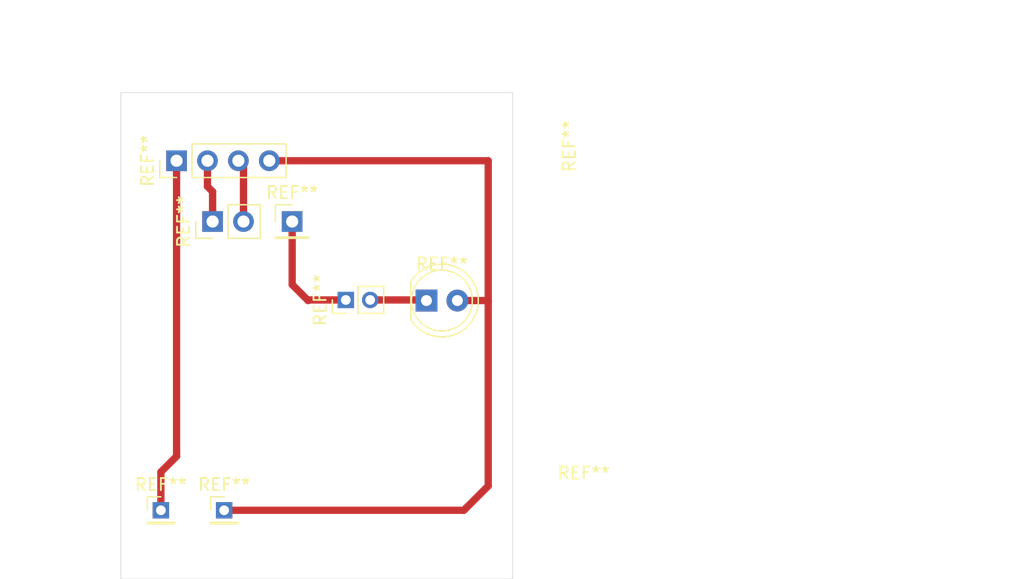
<source format=kicad_pcb>
(kicad_pcb (version 20241229) (generator "pcbnew") (generator_version "9.0")
  (layers (0 "F.Cu" signal) (2 "B.Cu" signal) (13 "F.Paste" user) (15 "B.Paste" user) (5 "F.SilkS" user "F.Silkscreen") (7 "B.SilkS" user "B.Silkscreen") (1 "F.Mask" user) (3 "B.Mask" user) (25 "Edge.Cuts" user))
  (net 0 "")
  (footprint "Connector_PinHeader_2.00mm:PinHeader_1x02_P2.00mm_Vertical" (layer "F.Cu") (at 169.0925 72.75 90)
    (property "Reference" "REF**" (at 0 -2.11 90) (layer "F.SilkS"))
    (property "Value" "PinHeader_1x02_P2.00mm_Vertical")
    (fp_line (start -1.11 -1.11) (end 0 -1.11) (stroke (width 0.12)) (layer "F.SilkS"))
    (fp_line (start -1.11 0) (end -1.11 -1.11) (stroke (width 0.12)) (layer "F.SilkS"))
    (fp_line (start 1.11 1) (end 1.11 3.11) (stroke (width 0.12)) (layer "F.SilkS"))
    (fp_line (start -1.11 1) (end 1.11 1) (stroke (width 0.12)) (layer "F.SilkS"))
    (fp_line (start -1.11 1) (end -1.11 3.11) (stroke (width 0.12)) (layer "F.SilkS"))
    (fp_line (start -1.11 3.11) (end 1.11 3.11) (stroke (width 0.12)) (layer "F.SilkS"))
    (pad "1" thru_hole rect (at 0 0 90) (size 1.35 1.35) (drill 0.8) (layers "*.Cu" "*.Mask"))
    (pad "2" thru_hole circle (at 0 2 90) (size 1.35 1.35) (drill 0.8) (layers "*.Cu" "*.Mask"))
  )
  (footprint "LED_THT:LED_D5.0mm" (layer "F.Cu") (at 175.7175 72.8)
    (property "Reference" "REF**" (at 1.27 -3 0) (layer "F.SilkS"))
    (property "Value" "LED_D5.0mm")
    (fp_line (start -1.29 -1.545) (end -1.29 1.545) (stroke (width 0.12)) (layer "F.SilkS"))
    (fp_arc (start -1.29 -1.54483) (mid 2.071756 -2.880501) (end 4.26 -0.000048) (stroke (width 0.12)) (layer "F.SilkS"))
    (fp_arc (start 4.26 0.000048) (mid 2.071756 2.880501) (end -1.29 1.54483) (stroke (width 0.12)) (layer "F.SilkS"))
    (fp_circle (center 1.27 0) (end 3.77 0) (stroke (width 0.12)) (fill no) (layer "F.SilkS"))
    (pad "1" thru_hole rect (at 0 0) (size 1.8 1.8) (drill 0.9) (layers "*.Cu" "*.Mask"))
    (pad "2" thru_hole circle (at 2.54 0) (size 1.8 1.8) (drill 0.9) (layers "*.Cu" "*.Mask"))
  )
  (footprint "Connector_PinHeader_2.54mm:PinHeader_1x01_P2.54mm_Vertical" (layer "F.Cu") (at 164.6825 66.3)
    (property "Reference" "REF**" (at 0 -2.38 0) (layer "F.SilkS"))
    (property "Value" "PinHeader_1x01_P2.54mm_Vertical")
    (fp_line (start -1.38 -1.38) (end 0 -1.38) (stroke (width 0.12)) (layer "F.SilkS"))
    (fp_line (start -1.38 0) (end -1.38 -1.38) (stroke (width 0.12)) (layer "F.SilkS"))
    (fp_line (start -1.38 1.27) (end -1.38 1.38) (stroke (width 0.12)) (layer "F.SilkS"))
    (fp_line (start -1.38 1.27) (end 1.38 1.27) (stroke (width 0.12)) (layer "F.SilkS"))
    (fp_line (start -1.38 1.38) (end 1.38 1.38) (stroke (width 0.12)) (layer "F.SilkS"))
    (fp_line (start 1.38 1.27) (end 1.38 1.38) (stroke (width 0.12)) (layer "F.SilkS"))
    (pad "1" thru_hole rect (at 0 0) (size 1.7 1.7) (drill 1) (layers "*.Cu" "*.Mask"))
  )
  (footprint "Connector_PinHeader_2.00mm:PinHeader_1x01_P2.00mm_Vertical" (layer "F.Cu") (at 153.8925 90.05)
    (property "Reference" "REF**" (at 0 -2.11 0) (layer "F.SilkS"))
    (property "Value" "PinHeader_1x01_P2.00mm_Vertical")
    (fp_line (start -1.11 -1.11) (end 0 -1.11) (stroke (width 0.12)) (layer "F.SilkS"))
    (fp_line (start -1.11 0) (end -1.11 -1.11) (stroke (width 0.12)) (layer "F.SilkS"))
    (fp_line (start -1.11 1) (end -1.11 1.11) (stroke (width 0.12)) (layer "F.SilkS"))
    (fp_line (start -1.11 1) (end 1.11 1) (stroke (width 0.12)) (layer "F.SilkS"))
    (fp_line (start -1.11 1.11) (end 1.11 1.11) (stroke (width 0.12)) (layer "F.SilkS"))
    (fp_line (start 1.11 1) (end 1.11 1.11) (stroke (width 0.12)) (layer "F.SilkS"))
    (pad "1" thru_hole rect (at 0 0) (size 1.35 1.35) (drill 0.8) (layers "*.Cu" "*.Mask"))
  )
  (footprint "Connector_PinHeader_2.54mm:PinHeader_1x04_P2.54mm_Vertical" (layer "F.Cu") (at 155.1825 61.3 90)
    (property "Reference" "REF**" (at 0 -2.38 90) (layer "F.SilkS"))
    (property "Value" "PinHeader_1x04_P2.54mm_Vertical")
    (fp_line (start -1.38 -1.38) (end 0 -1.38) (stroke (width 0.12)) (layer "F.SilkS"))
    (fp_line (start -1.38 0) (end -1.38 -1.38) (stroke (width 0.12)) (layer "F.SilkS"))
    (fp_line (start 1.38 1.27) (end 1.38 9) (stroke (width 0.12)) (layer "F.SilkS"))
    (fp_line (start -1.38 1.27) (end 1.38 1.27) (stroke (width 0.12)) (layer "F.SilkS"))
    (fp_line (start -1.38 1.27) (end -1.38 9) (stroke (width 0.12)) (layer "F.SilkS"))
    (fp_line (start -1.38 9) (end 1.38 9) (stroke (width 0.12)) (layer "F.SilkS"))
    (pad "1" thru_hole rect (at 0 0 90) (size 1.7 1.7) (drill 1) (layers "*.Cu" "*.Mask"))
    (pad "2" thru_hole circle (at 0 2.54 90) (size 1.7 1.7) (drill 1) (layers "*.Cu" "*.Mask"))
    (pad "3" thru_hole circle (at 0 5.08 90) (size 1.7 1.7) (drill 1) (layers "*.Cu" "*.Mask"))
    (pad "4" thru_hole circle (at 0 7.62 90) (size 1.7 1.7) (drill 1) (layers "*.Cu" "*.Mask"))
  )
  (footprint "Connector_PinHeader_2.00mm:PinHeader_1x01_P2.00mm_Vertical" (layer "F.Cu") (at 159.0925 90.05)
    (property "Reference" "REF**" (at 0 -2.11 0) (layer "F.SilkS"))
    (property "Value" "PinHeader_1x01_P2.00mm_Vertical")
    (fp_line (start -1.11 -1.11) (end 0 -1.11) (stroke (width 0.12)) (layer "F.SilkS"))
    (fp_line (start -1.11 0) (end -1.11 -1.11) (stroke (width 0.12)) (layer "F.SilkS"))
    (fp_line (start -1.11 1) (end -1.11 1.11) (stroke (width 0.12)) (layer "F.SilkS"))
    (fp_line (start -1.11 1) (end 1.11 1) (stroke (width 0.12)) (layer "F.SilkS"))
    (fp_line (start -1.11 1.11) (end 1.11 1.11) (stroke (width 0.12)) (layer "F.SilkS"))
    (fp_line (start 1.11 1) (end 1.11 1.11) (stroke (width 0.12)) (layer "F.SilkS"))
    (pad "1" thru_hole rect (at 0 0) (size 1.35 1.35) (drill 0.8) (layers "*.Cu" "*.Mask"))
  )
  (footprint "Connector_PinHeader_2.54mm:PinHeader_1x02_P2.54mm_Vertical" (layer "F.Cu") (at 158.1425 66.3 90)
    (property "Reference" "REF**" (at 0 -2.38 90) (layer "F.SilkS"))
    (property "Value" "PinHeader_1x02_P2.54mm_Vertical")
    (fp_line (start -1.38 -1.38) (end 0 -1.38) (stroke (width 0.12)) (layer "F.SilkS"))
    (fp_line (start -1.38 0) (end -1.38 -1.38) (stroke (width 0.12)) (layer "F.SilkS"))
    (fp_line (start 1.38 1.27) (end 1.38 3.92) (stroke (width 0.12)) (layer "F.SilkS"))
    (fp_line (start -1.38 1.27) (end 1.38 1.27) (stroke (width 0.12)) (layer "F.SilkS"))
    (fp_line (start -1.38 1.27) (end -1.38 3.92) (stroke (width 0.12)) (layer "F.SilkS"))
    (fp_line (start -1.38 3.92) (end 1.38 3.92) (stroke (width 0.12)) (layer "F.SilkS"))
    (pad "1" thru_hole rect (at 0 0 90) (size 1.7 1.7) (drill 1) (layers "*.Cu" "*.Mask"))
    (pad "2" thru_hole circle (at 0 2.54 90) (size 1.7 1.7) (drill 1) (layers "*.Cu" "*.Mask"))
  )
  (gr_rect (start 150.6 55.7) (end 182.8 95.7) (stroke (width 0.05)) (fill no) (layer "Edge.Cuts"))
  (gr_text "REF**" (at 188.645 86.99 0) (layer "F.SilkS") (effects (font (size 1 1))))
  (gr_text "REF**" (at 187.455 60.1 90) (layer "F.SilkS") (effects (font (size 1 1))))
  (segment (start 180.7425 72.8) (end 178.2575 72.8) (width 0.6) (layer "F.Cu") (net 0))
  (segment (start 165.9925 72.8) (end 166.0425 72.75) (width 0.6) (layer "F.Cu") (net 0))
  (segment (start 175.6675 72.75) (end 175.7175 72.8) (width 0.6) (layer "F.Cu") (net 0))
  (segment (start 180.7925 61.3) (end 180.7925 72.85) (width 0.6) (layer "F.Cu") (net 0))
  (segment (start 160.6825 66.3) (end 160.6825 61.72) (width 0.6) (layer "F.Cu") (net 0))
  (segment (start 171.0925 72.75) (end 175.6675 72.75) (width 0.6) (layer "F.Cu") (net 0))
  (segment (start 164.6825 66.3) (end 164.6825 71.49) (width 0.6) (layer "F.Cu") (net 0))
  (segment (start 158.1425 66.3) (end 158.1425 63.84) (width 0.6) (layer "F.Cu") (net 0))
  (segment (start 158.1425 63.84) (end 157.7225 63.42) (width 0.6) (layer "F.Cu") (net 0))
  (segment (start 157.7225 63.42) (end 157.7225 61.3) (width 0.6) (layer "F.Cu") (net 0))
  (segment (start 155.1825 85.61) (end 153.8925 86.9) (width 0.6) (layer "F.Cu") (net 0))
  (segment (start 178.7925 90.05) (end 159.1685 90.05) (width 0.6) (layer "F.Cu") (net 0))
  (segment (start 153.8925 86.9) (end 153.8925 90.05) (width 0.6) (layer "F.Cu") (net 0))
  (segment (start 166.0425 72.75) (end 169.0925 72.75) (width 0.6) (layer "F.Cu") (net 0))
  (segment (start 162.8025 61.3) (end 180.7925 61.3) (width 0.6) (layer "F.Cu") (net 0))
  (segment (start 164.6825 71.49) (end 165.9925 72.8) (width 0.6) (layer "F.Cu") (net 0))
  (segment (start 160.2625 65.88) (end 160.6825 66.3) (width 0.2) (layer "F.Cu") (net 0))
  (segment (start 180.7925 88.05) (end 178.9925 89.85) (width 0.6) (layer "F.Cu") (net 0))
  (segment (start 178.9925 89.85) (end 178.7925 90.05) (width 0.6) (layer "F.Cu") (net 0))
  (segment (start 160.6825 61.72) (end 160.2625 61.3) (width 0.6) (layer "F.Cu") (net 0))
  (segment (start 157.7225 65.88) (end 158.1425 66.3) (width 0.2) (layer "F.Cu") (net 0))
  (segment (start 155.1825 61.3) (end 155.1825 85.61) (width 0.6) (layer "F.Cu") (net 0))
  (segment (start 180.7925 72.85) (end 180.7425 72.8) (width 0.6) (layer "F.Cu") (net 0))
  (segment (start 180.7925 72.85) (end 180.7925 88.05) (width 0.6) (layer "F.Cu") (net 0))
)
</source>
